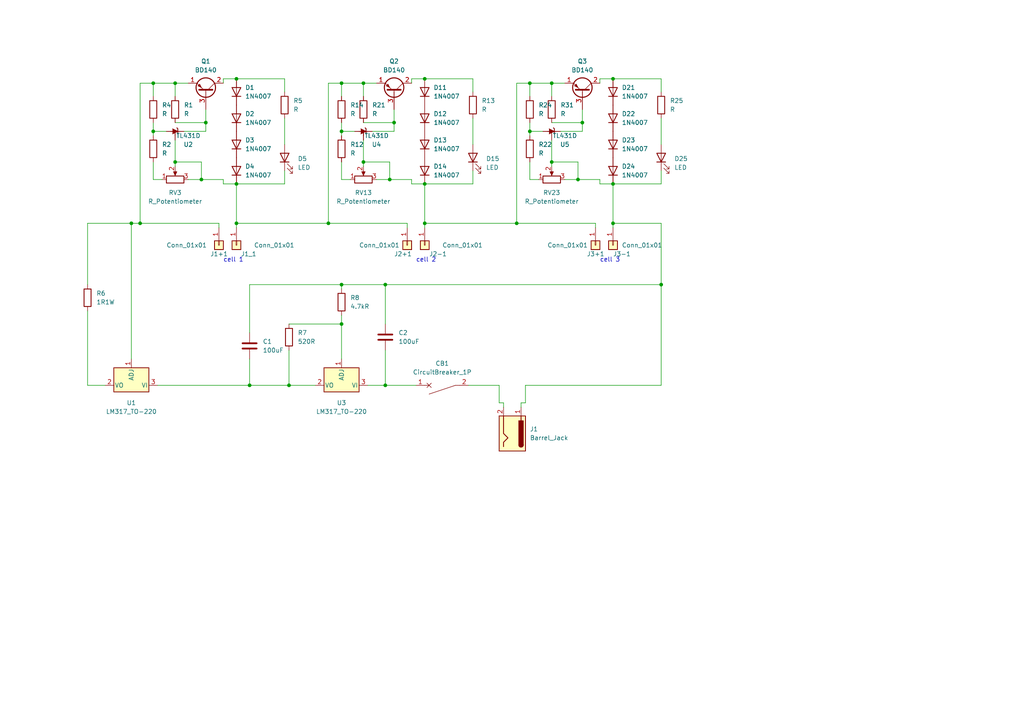
<source format=kicad_sch>
(kicad_sch (version 20211123) (generator eeschema)
  (paper "A4")
  (lib_symbols
    (symbol "Connector:Barrel_Jack" (pin_names (offset 1.016))
      (property "Reference" "J" (at 0 5.334 0))
      (property "Value" "Barrel_Jack" (at 0 -5.08 0))
      (symbol "Barrel_Jack_0_1"
        (rectangle (start -5.08 3.81) (end 5.08 -3.81) (stroke (width 0.254)) (fill (type background)))
        (arc (start -3.302 3.175) (mid -3.937 2.54) (end -3.302 1.905) (stroke (width 0.254)))
        (arc (start -3.302 3.175) (mid -3.937 2.54) (end -3.302 1.905) (stroke (width 0.254)) (fill (type outline)))
        (polyline (pts (xy 5.08 2.54) (xy 3.81 2.54)) (stroke (width 0.254)))
        (polyline (pts (xy -3.81 -2.54) (xy -2.54 -2.54) (xy -1.27 -1.27) (xy 0 -2.54) (xy 2.54 -2.54) (xy 5.08 -2.54)) (stroke (width 0.254)))
        (rectangle (start 3.683 3.175) (end -3.302 1.905) (stroke (width 0.254)) (fill (type outline)))
      )
      (symbol "Barrel_Jack_1_1"
        (pin passive line (at 7.62 2.54 180) (length 2.54) (name "~") (number "1"))
        (pin passive line (at 7.62 -2.54 180) (length 2.54) (name "~") (number "2"))
      )
    )
    (symbol "Connector_Generic:Conn_01x01" (pin_names (offset 1.016) hide)
      (property "Reference" "J" (at 0 2.54 0))
      (property "Value" "Conn_01x01" (at 0 -2.54 0))
      (symbol "Conn_01x01_1_1"
        (rectangle (start -1.27 0.127) (end 0 -0.127) (stroke (width 0.1524)))
        (rectangle (start -1.27 1.27) (end 1.27 -1.27) (stroke (width 0.254)) (fill (type background)))
        (pin passive line (at -5.08 0 0) (length 3.81) (name "Pin_1") (number "1"))
      )
    )
    (symbol "Device:C" (pin_numbers hide) (pin_names (offset 0.254))
      (property "Reference" "C" (at 0.635 2.54 0))
      (property "Value" "C" (at 0.635 -2.54 0))
      (symbol "C_0_1"
        (polyline (pts (xy -2.032 -0.762) (xy 2.032 -0.762)) (stroke (width 0.508)))
        (polyline (pts (xy -2.032 0.762) (xy 2.032 0.762)) (stroke (width 0.508)))
      )
      (symbol "C_1_1"
        (pin passive line (at 0 3.81 270) (length 2.794) (name "~") (number "1"))
        (pin passive line (at 0 -3.81 90) (length 2.794) (name "~") (number "2"))
      )
    )
    (symbol "Device:CircuitBreaker_1P"
      (property "Reference" "CB" (at 1.905 0 0))
      (property "Value" "CircuitBreaker_1P" (at 1.905 1.905 0))
      (symbol "CircuitBreaker_1P_0_1"
        (polyline (pts (xy 0 -5.08) (xy 0 -3.81)))
        (polyline (pts (xy 0 -3.81) (xy -2.54 3.81)))
      )
      (symbol "CircuitBreaker_1P_1_1"
        (polyline (pts (xy -0.635 4.445) (xy 0.635 3.175)))
        (polyline (pts (xy 0 5.08) (xy 0 3.81)))
        (polyline (pts (xy 0.635 4.445) (xy -0.635 3.175)))
        (pin passive line (at 0 7.62 270) (length 2.54) (name "~") (number "1"))
        (pin passive line (at 0 -7.62 90) (length 2.54) (name "~") (number "2"))
      )
    )
    (symbol "Device:LED" (pin_numbers hide) (pin_names (offset 1.016) hide)
      (property "Reference" "D" (at 0 2.54 0))
      (property "Value" "LED" (at 0 -2.54 0))
      (symbol "LED_0_1"
        (polyline (pts (xy -1.27 -1.27) (xy -1.27 1.27)) (stroke (width 0.254)))
        (polyline (pts (xy -1.27 0) (xy 1.27 0)))
        (polyline (pts (xy 1.27 -1.27) (xy 1.27 1.27) (xy -1.27 0) (xy 1.27 -1.27)) (stroke (width 0.254)))
        (polyline (pts (xy -3.048 -0.762) (xy -4.572 -2.286) (xy -3.81 -2.286) (xy -4.572 -2.286) (xy -4.572 -1.524)))
        (polyline (pts (xy -1.778 -0.762) (xy -3.302 -2.286) (xy -2.54 -2.286) (xy -3.302 -2.286) (xy -3.302 -1.524)))
      )
      (symbol "LED_1_1"
        (pin passive line (at -3.81 0 0) (length 2.54) (name "K") (number "1"))
        (pin passive line (at 3.81 0 180) (length 2.54) (name "A") (number "2"))
      )
    )
    (symbol "Device:R" (pin_numbers hide) (pin_names (offset 0))
      (property "Reference" "R" (at 2.032 0 90))
      (property "Value" "R" (at 0 0 90))
      (symbol "R_0_1"
        (rectangle (start -1.016 -2.54) (end 1.016 2.54) (stroke (width 0.254)))
      )
      (symbol "R_1_1"
        (pin passive line (at 0 3.81 270) (length 1.27) (name "~") (number "1"))
        (pin passive line (at 0 -3.81 90) (length 1.27) (name "~") (number "2"))
      )
    )
    (symbol "Device:R_Potentiometer" (pin_names (offset 1.016) hide)
      (property "Reference" "RV" (at -4.445 0 90))
      (property "Value" "R_Potentiometer" (at -2.54 0 90))
      (symbol "R_Potentiometer_0_1"
        (polyline (pts (xy 2.54 0) (xy 1.524 0)))
        (polyline (pts (xy 1.143 0) (xy 2.286 0.508) (xy 2.286 -0.508) (xy 1.143 0)) (fill (type outline)))
        (rectangle (start 1.016 2.54) (end -1.016 -2.54) (stroke (width 0.254)))
      )
      (symbol "R_Potentiometer_1_1"
        (pin passive line (at 0 3.81 270) (length 1.27) (name "1") (number "1"))
        (pin passive line (at 3.81 0 180) (length 1.27) (name "2") (number "2"))
        (pin passive line (at 0 -3.81 90) (length 1.27) (name "3") (number "3"))
      )
    )
    (symbol "Diode:1N4007" (pin_numbers hide) (pin_names hide)
      (property "Reference" "D" (at 0 2.54 0))
      (property "Value" "1N4007" (at 0 -2.54 0))
      (symbol "1N4007_0_1"
        (polyline (pts (xy -1.27 1.27) (xy -1.27 -1.27)) (stroke (width 0.254)))
        (polyline (pts (xy 1.27 0) (xy -1.27 0)))
        (polyline (pts (xy 1.27 1.27) (xy 1.27 -1.27) (xy -1.27 0) (xy 1.27 1.27)) (stroke (width 0.254)))
      )
      (symbol "1N4007_1_1"
        (pin passive line (at -3.81 0 0) (length 2.54) (name "K") (number "1"))
        (pin passive line (at 3.81 0 180) (length 2.54) (name "A") (number "2"))
      )
    )
    (symbol "Reference_Voltage:TL431D" (pin_numbers hide) (pin_names hide)
      (property "Reference" "U" (at 0 -2.54 0))
      (property "Value" "TL431D" (at 0 -4.445 0))
      (symbol "TL431D_0_1"
        (polyline (pts (xy -1.27 0) (xy 0 0) (xy 1.27 0)))
        (polyline (pts (xy -0.762 0.762) (xy 0.762 0) (xy -0.762 -0.762)) (fill (type outline)))
        (polyline (pts (xy 0.508 -1.016) (xy 0.762 -0.762) (xy 0.762 0.762) (xy 0.762 0.762)) (stroke (width 0.254)))
      )
      (symbol "TL431D_1_1"
        (polyline (pts (xy 0 1.27) (xy 0 0)))
        (pin passive line (at 2.54 0 180) (length 2.54) (name "K") (number "1"))
        (pin passive line (at -2.54 0 0) (length 2.54) (name "A") (number "2"))
        (pin passive line (at -2.54 0 0) (length 2.54) hide (name "A") (number "3"))
        (pin passive line (at -2.54 0 0) (length 2.54) hide (name "A") (number "6"))
        (pin passive line (at -2.54 0 0) (length 2.54) hide (name "A") (number "7"))
        (pin passive line (at 0 2.54 270) (length 2.54) (name "REF") (number "8"))
      )
    )
    (symbol "Regulator_Linear:LM317_TO-220" (pin_names (offset 0.254))
      (property "Reference" "U" (at -3.81 3.175 0))
      (property "Value" "LM317_TO-220" (at 0 3.175 0))
      (symbol "LM317_TO-220_0_1"
        (rectangle (start -5.08 1.905) (end 5.08 -5.08) (stroke (width 0.254)) (fill (type background)))
      )
      (symbol "LM317_TO-220_1_1"
        (pin input line (at 0 -7.62 90) (length 2.54) (name "ADJ") (number "1"))
        (pin power_out line (at 7.62 0 180) (length 2.54) (name "VO") (number "2"))
        (pin power_in line (at -7.62 0 0) (length 2.54) (name "VI") (number "3"))
      )
    )
    (symbol "Transistor_BJT:BD140" (pin_names (offset 0) hide)
      (property "Reference" "Q" (at 5.08 1.905 0))
      (property "Value" "BD140" (at 5.08 0 0))
      (symbol "BD140_0_1"
        (polyline (pts (xy 0 0) (xy 0.635 0)))
        (polyline (pts (xy 2.54 -2.54) (xy 0.635 -0.635)))
        (polyline (pts (xy 2.54 2.54) (xy 0.635 0.635)))
        (polyline (pts (xy 0.635 1.905) (xy 0.635 -1.905) (xy 0.635 -1.905)) (stroke (width 0.508)) (fill (type outline)))
        (polyline (pts (xy 1.778 -2.286) (xy 2.286 -1.778) (xy 1.27 -1.27) (xy 1.778 -2.286) (xy 1.778 -2.286)) (fill (type outline)))
        (circle (center 1.27 0) (radius 2.8194) (stroke (width 0.3048)))
      )
      (symbol "BD140_1_1"
        (pin passive line (at 2.54 -5.08 90) (length 2.54) (name "E") (number "1"))
        (pin passive line (at 2.54 5.08 270) (length 2.54) (name "C") (number "2"))
        (pin input line (at -5.08 0 0) (length 5.08) (name "B") (number "3"))
      )
    )
  )
  (junction (at 68.58 53.34))
  (junction (at 167.64 52.07))
  (junction (at 123.19 53.34))
  (junction (at 68.58 22.86))
  (junction (at 105.41 46.99))
  (junction (at 58.42 52.07))
  (junction (at 160.02 24.13))
  (junction (at 44.45 38.1))
  (junction (at 99.06 82.55))
  (junction (at 123.19 64.77))
  (junction (at 105.41 24.13))
  (junction (at 113.03 52.07))
  (junction (at 177.8 53.34))
  (junction (at 99.06 93.98))
  (junction (at 153.67 38.1))
  (junction (at 177.8 64.77))
  (junction (at 114.3 35.56))
  (junction (at 111.76 82.55))
  (junction (at 38.1 64.77))
  (junction (at 149.86 64.77))
  (junction (at 177.8 22.86))
  (junction (at 168.91 35.56))
  (junction (at 153.67 24.13))
  (junction (at 83.82 111.76))
  (junction (at 160.02 46.99))
  (junction (at 123.19 22.86))
  (junction (at 191.77 82.55))
  (junction (at 59.69 35.56))
  (junction (at 68.58 64.77))
  (junction (at 44.45 24.13))
  (junction (at 95.25 64.77))
  (junction (at 111.76 111.76))
  (junction (at 72.39 111.76))
  (junction (at 40.64 64.77))
  (junction (at 99.06 38.1))
  (junction (at 50.8 24.13))
  (junction (at 50.8 46.99))
  (junction (at 99.06 24.13))
  (wire (pts (xy 160.02 24.13) (xy 160.02 27.94)))
  (wire (pts (xy 167.64 52.07) (xy 173.99 52.07)))
  (wire (pts (xy 172.72 64.77) (xy 172.72 66.04)))
  (wire (pts (xy 191.77 53.34) (xy 177.8 53.34)))
  (wire (pts (xy 50.8 24.13) (xy 50.8 27.94)))
  (wire (pts (xy 153.67 38.1) (xy 157.48 38.1)))
  (wire (pts (xy 168.91 35.56) (xy 168.91 31.75)))
  (wire (pts (xy 153.67 46.99) (xy 153.67 52.07)))
  (wire (pts (xy 137.16 49.53) (xy 137.16 53.34)))
  (wire (pts (xy 25.4 90.17) (xy 25.4 111.76)))
  (wire (pts (xy 107.95 38.1) (xy 114.3 38.1)))
  (wire (pts (xy 153.67 24.13) (xy 149.86 24.13)))
  (wire (pts (xy 111.76 111.76) (xy 106.68 111.76)))
  (wire (pts (xy 40.64 64.77) (xy 63.5 64.77)))
  (wire (pts (xy 152.4 116.84) (xy 151.13 116.84)))
  (wire (pts (xy 68.58 64.77) (xy 68.58 66.04)))
  (wire (pts (xy 105.41 35.56) (xy 114.3 35.56)))
  (wire (pts (xy 146.05 118.11) (xy 146.05 116.84)))
  (wire (pts (xy 153.67 27.94) (xy 153.67 24.13)))
  (wire (pts (xy 123.19 64.77) (xy 149.86 64.77)))
  (wire (pts (xy 44.45 38.1) (xy 44.45 39.37)))
  (wire (pts (xy 173.99 53.34) (xy 177.8 53.34)))
  (wire (pts (xy 54.61 24.13) (xy 50.8 24.13)))
  (wire (pts (xy 44.45 24.13) (xy 50.8 24.13)))
  (wire (pts (xy 153.67 35.56) (xy 153.67 38.1)))
  (wire (pts (xy 123.19 22.86) (xy 119.38 22.86)))
  (wire (pts (xy 177.8 64.77) (xy 177.8 66.04)))
  (wire (pts (xy 113.03 52.07) (xy 119.38 52.07)))
  (wire (pts (xy 177.8 53.34) (xy 177.8 64.77)))
  (wire (pts (xy 99.06 91.44) (xy 99.06 93.98)))
  (wire (pts (xy 82.55 34.29) (xy 82.55 41.91)))
  (wire (pts (xy 153.67 52.07) (xy 156.21 52.07)))
  (wire (pts (xy 167.64 52.07) (xy 167.64 46.99)))
  (wire (pts (xy 191.77 34.29) (xy 191.77 41.91)))
  (wire (pts (xy 160.02 46.99) (xy 167.64 46.99)))
  (wire (pts (xy 38.1 64.77) (xy 25.4 64.77)))
  (wire (pts (xy 109.22 52.07) (xy 113.03 52.07)))
  (wire (pts (xy 68.58 53.34) (xy 68.58 64.77)))
  (wire (pts (xy 72.39 82.55) (xy 99.06 82.55)))
  (wire (pts (xy 50.8 46.99) (xy 50.8 48.26)))
  (wire (pts (xy 99.06 24.13) (xy 95.25 24.13)))
  (wire (pts (xy 64.77 53.34) (xy 68.58 53.34)))
  (wire (pts (xy 111.76 111.76) (xy 120.65 111.76)))
  (wire (pts (xy 44.45 24.13) (xy 40.64 24.13)))
  (wire (pts (xy 173.99 52.07) (xy 173.99 53.34)))
  (wire (pts (xy 119.38 52.07) (xy 119.38 53.34)))
  (wire (pts (xy 111.76 82.55) (xy 191.77 82.55)))
  (wire (pts (xy 44.45 27.94) (xy 44.45 24.13)))
  (wire (pts (xy 99.06 104.14) (xy 99.06 93.98)))
  (wire (pts (xy 44.45 38.1) (xy 48.26 38.1)))
  (wire (pts (xy 83.82 111.76) (xy 91.44 111.76)))
  (wire (pts (xy 68.58 22.86) (xy 82.55 22.86)))
  (wire (pts (xy 95.25 64.77) (xy 118.11 64.77)))
  (wire (pts (xy 105.41 24.13) (xy 105.41 27.94)))
  (wire (pts (xy 99.06 35.56) (xy 99.06 38.1)))
  (wire (pts (xy 105.41 40.64) (xy 105.41 46.99)))
  (wire (pts (xy 44.45 35.56) (xy 44.45 38.1)))
  (wire (pts (xy 114.3 35.56) (xy 114.3 38.1)))
  (wire (pts (xy 191.77 49.53) (xy 191.77 53.34)))
  (wire (pts (xy 191.77 111.76) (xy 152.4 111.76)))
  (wire (pts (xy 44.45 52.07) (xy 46.99 52.07)))
  (wire (pts (xy 105.41 46.99) (xy 113.03 46.99)))
  (wire (pts (xy 105.41 46.99) (xy 105.41 48.26)))
  (wire (pts (xy 72.39 111.76) (xy 83.82 111.76)))
  (wire (pts (xy 99.06 27.94) (xy 99.06 24.13)))
  (wire (pts (xy 135.89 111.76) (xy 144.78 111.76)))
  (wire (pts (xy 64.77 22.86) (xy 64.77 24.13)))
  (wire (pts (xy 50.8 46.99) (xy 58.42 46.99)))
  (wire (pts (xy 72.39 104.14) (xy 72.39 111.76)))
  (wire (pts (xy 58.42 52.07) (xy 58.42 46.99)))
  (wire (pts (xy 123.19 64.77) (xy 123.19 66.04)))
  (wire (pts (xy 68.58 64.77) (xy 95.25 64.77)))
  (wire (pts (xy 38.1 64.77) (xy 38.1 104.14)))
  (wire (pts (xy 123.19 22.86) (xy 137.16 22.86)))
  (wire (pts (xy 119.38 53.34) (xy 123.19 53.34)))
  (wire (pts (xy 50.8 40.64) (xy 50.8 46.99)))
  (wire (pts (xy 163.83 24.13) (xy 160.02 24.13)))
  (wire (pts (xy 191.77 82.55) (xy 191.77 111.76)))
  (wire (pts (xy 25.4 111.76) (xy 30.48 111.76)))
  (wire (pts (xy 146.05 116.84) (xy 144.78 116.84)))
  (wire (pts (xy 68.58 22.86) (xy 64.77 22.86)))
  (wire (pts (xy 82.55 49.53) (xy 82.55 53.34)))
  (wire (pts (xy 160.02 46.99) (xy 160.02 48.26)))
  (wire (pts (xy 111.76 82.55) (xy 99.06 82.55)))
  (wire (pts (xy 99.06 38.1) (xy 102.87 38.1)))
  (wire (pts (xy 114.3 35.56) (xy 114.3 31.75)))
  (wire (pts (xy 109.22 24.13) (xy 105.41 24.13)))
  (wire (pts (xy 95.25 24.13) (xy 95.25 64.77)))
  (wire (pts (xy 177.8 22.86) (xy 191.77 22.86)))
  (wire (pts (xy 153.67 38.1) (xy 153.67 39.37)))
  (wire (pts (xy 54.61 52.07) (xy 58.42 52.07)))
  (wire (pts (xy 40.64 24.13) (xy 40.64 64.77)))
  (wire (pts (xy 149.86 64.77) (xy 172.72 64.77)))
  (wire (pts (xy 59.69 35.56) (xy 59.69 38.1)))
  (wire (pts (xy 160.02 35.56) (xy 168.91 35.56)))
  (wire (pts (xy 99.06 52.07) (xy 101.6 52.07)))
  (wire (pts (xy 149.86 24.13) (xy 149.86 64.77)))
  (wire (pts (xy 25.4 64.77) (xy 25.4 82.55)))
  (wire (pts (xy 173.99 22.86) (xy 173.99 24.13)))
  (wire (pts (xy 59.69 35.56) (xy 59.69 31.75)))
  (wire (pts (xy 83.82 93.98) (xy 99.06 93.98)))
  (wire (pts (xy 72.39 96.52) (xy 72.39 82.55)))
  (wire (pts (xy 152.4 111.76) (xy 152.4 116.84)))
  (wire (pts (xy 82.55 53.34) (xy 68.58 53.34)))
  (wire (pts (xy 99.06 46.99) (xy 99.06 52.07)))
  (wire (pts (xy 82.55 22.86) (xy 82.55 26.67)))
  (wire (pts (xy 168.91 35.56) (xy 168.91 38.1)))
  (wire (pts (xy 113.03 52.07) (xy 113.03 46.99)))
  (wire (pts (xy 162.56 38.1) (xy 168.91 38.1)))
  (wire (pts (xy 153.67 24.13) (xy 160.02 24.13)))
  (wire (pts (xy 137.16 34.29) (xy 137.16 41.91)))
  (wire (pts (xy 123.19 53.34) (xy 123.19 64.77)))
  (wire (pts (xy 163.83 52.07) (xy 167.64 52.07)))
  (wire (pts (xy 160.02 40.64) (xy 160.02 46.99)))
  (wire (pts (xy 191.77 82.55) (xy 191.77 64.77)))
  (wire (pts (xy 111.76 93.98) (xy 111.76 82.55)))
  (wire (pts (xy 177.8 22.86) (xy 173.99 22.86)))
  (wire (pts (xy 44.45 46.99) (xy 44.45 52.07)))
  (wire (pts (xy 151.13 116.84) (xy 151.13 118.11)))
  (wire (pts (xy 58.42 52.07) (xy 64.77 52.07)))
  (wire (pts (xy 137.16 22.86) (xy 137.16 26.67)))
  (wire (pts (xy 99.06 38.1) (xy 99.06 39.37)))
  (wire (pts (xy 45.72 111.76) (xy 72.39 111.76)))
  (wire (pts (xy 53.34 38.1) (xy 59.69 38.1)))
  (wire (pts (xy 191.77 64.77) (xy 177.8 64.77)))
  (wire (pts (xy 99.06 24.13) (xy 105.41 24.13)))
  (wire (pts (xy 83.82 101.6) (xy 83.82 111.76)))
  (wire (pts (xy 40.64 64.77) (xy 38.1 64.77)))
  (wire (pts (xy 118.11 64.77) (xy 118.11 66.04)))
  (wire (pts (xy 111.76 101.6) (xy 111.76 111.76)))
  (wire (pts (xy 99.06 83.82) (xy 99.06 82.55)))
  (wire (pts (xy 63.5 64.77) (xy 63.5 66.04)))
  (wire (pts (xy 144.78 111.76) (xy 144.78 116.84)))
  (wire (pts (xy 119.38 22.86) (xy 119.38 24.13)))
  (wire (pts (xy 50.8 35.56) (xy 59.69 35.56)))
  (wire (pts (xy 64.77 52.07) (xy 64.77 53.34)))
  (wire (pts (xy 191.77 22.86) (xy 191.77 26.67)))
  (wire (pts (xy 137.16 53.34) (xy 123.19 53.34)))
  (text "cell 2\n" (at 120.65 76.2 0) (effects (font (size 1.27 1.27)) (justify left bottom)))
  (text "cell 3\n" (at 173.99 76.2 0) (effects (font (size 1.27 1.27)) (justify left bottom)))
  (text "cell 1\n" (at 64.77 76.2 0) (effects (font (size 1.27 1.27)) (justify left bottom)))
  (symbol (lib_id "Diode:1N4007") (at 123.19 26.67 90) (unit 1)
    (property "Reference" "D11" (at 125.73 25.3999 90) (effects (justify right)))
    (property "Value" "1N4007" (at 125.73 27.9399 90) (effects (justify right)))
    (property "Footprint" "Diode_THT:D_DO-41_SOD81_P10.16mm_Horizontal" (effects hide))
    (property "Datasheet" "http://www.vishay.com/docs/88503/1n4001.pdf" (effects hide))
  )
  (symbol (lib_id "Connector_Generic:Conn_01x01") (at 63.5 71.12 270) (unit 1)
    (property "Reference" "J1+1" (at 60.96 73.66 90) (effects (justify left)))
    (property "Value" "Conn_01x01" (at 48.26 71.12 90) (effects (justify left)))
    (property "Footprint" "Connector_PinHeader_1.00mm:PinHeader_1x01_P1.00mm_Horizontal" (effects hide))
  )
  (symbol (lib_id "Device:R") (at 99.06 43.18 0) (unit 1)
    (property "Reference" "R12" (at 101.6 41.9099 0) (effects (justify left)))
    (property "Value" "R" (at 101.6 44.4499 0) (effects (justify left)))
    (property "Footprint" "Resistor_THT:R_Axial_DIN0309_L9.0mm_D3.2mm_P12.70mm_Horizontal" (effects hide))
  )
  (symbol (lib_id "Device:R") (at 50.8 31.75 0) (unit 1)
    (property "Reference" "R1" (at 53.34 30.4799 0) (effects (justify left)))
    (property "Value" "R" (at 53.34 33.0199 0) (effects (justify left)))
    (property "Footprint" "Resistor_THT:R_Axial_DIN0309_L9.0mm_D3.2mm_P15.24mm_Horizontal" (effects hide))
  )
  (symbol (lib_id "Device:R") (at 153.67 43.18 0) (unit 1)
    (property "Reference" "R22" (at 156.21 41.9099 0) (effects (justify left)))
    (property "Value" "R" (at 156.21 44.4499 0) (effects (justify left)))
    (property "Footprint" "Resistor_THT:R_Axial_DIN0309_L9.0mm_D3.2mm_P12.70mm_Horizontal" (effects hide))
  )
  (symbol (lib_id "Device:R") (at 99.06 31.75 0) (unit 1)
    (property "Reference" "R14" (at 101.6 30.4799 0) (effects (justify left)))
    (property "Value" "R" (at 101.6 33.0199 0) (effects (justify left)))
    (property "Footprint" "Resistor_THT:R_Axial_DIN0309_L9.0mm_D3.2mm_P12.70mm_Horizontal" (effects hide))
  )
  (symbol (lib_id "Diode:1N4007") (at 177.8 41.91 90) (unit 1)
    (property "Reference" "D23" (at 180.34 40.6399 90) (effects (justify right)))
    (property "Value" "1N4007" (at 180.34 43.1799 90) (effects (justify right)))
    (property "Footprint" "Diode_THT:D_DO-41_SOD81_P10.16mm_Horizontal" (effects hide))
    (property "Datasheet" "http://www.vishay.com/docs/88503/1n4001.pdf" (effects hide))
  )
  (symbol (lib_id "Reference_Voltage:TL431D") (at 105.41 38.1 0) (mirror x) (unit 1)
    (property "Reference" "U4" (at 109.22 41.91 0))
    (property "Value" "TL431D" (at 109.22 39.37 0))
    (property "Footprint" "Package_SO:SOIC-8_3.9x4.9mm_P1.27mm" (effects hide))
    (property "Datasheet" "http://www.ti.com/lit/ds/symlink/tl431.pdf" (effects hide))
  )
  (symbol (lib_id "Device:C") (at 72.39 100.33 0) (unit 1)
    (property "Reference" "C1" (at 76.2 99.0599 0) (effects (justify left)))
    (property "Value" "100uF" (at 76.2 101.5999 0) (effects (justify left)))
    (property "Footprint" "Capacitor_THT:CP_Radial_D4.0mm_P2.00mm" (effects hide))
  )
  (symbol (lib_id "Device:R") (at 83.82 97.79 0) (unit 1)
    (property "Reference" "R7" (at 86.36 96.5199 0) (effects (justify left)))
    (property "Value" "520R" (at 86.36 99.0599 0) (effects (justify left)))
    (property "Footprint" "Resistor_THT:R_Axial_DIN0309_L9.0mm_D3.2mm_P12.70mm_Horizontal" (effects hide))
  )
  (symbol (lib_id "Diode:1N4007") (at 177.8 34.29 90) (unit 1)
    (property "Reference" "D22" (at 180.34 33.0199 90) (effects (justify right)))
    (property "Value" "1N4007" (at 180.34 35.5599 90) (effects (justify right)))
    (property "Footprint" "Diode_THT:D_DO-41_SOD81_P10.16mm_Horizontal" (effects hide))
    (property "Datasheet" "http://www.vishay.com/docs/88503/1n4001.pdf" (effects hide))
  )
  (symbol (lib_id "Device:LED") (at 82.55 45.72 90) (unit 1)
    (property "Reference" "D5" (at 86.36 46.0374 90) (effects (justify right)))
    (property "Value" "LED" (at 86.36 48.5774 90) (effects (justify right)))
    (property "Footprint" "Diode_THT:D_5W_P10.16mm_Horizontal" (effects hide))
  )
  (symbol (lib_id "Device:R") (at 82.55 30.48 0) (unit 1)
    (property "Reference" "R5" (at 85.09 29.2099 0) (effects (justify left)))
    (property "Value" "R" (at 85.09 31.7499 0) (effects (justify left)))
    (property "Footprint" "Resistor_THT:R_Axial_DIN0309_L9.0mm_D3.2mm_P12.70mm_Horizontal" (effects hide))
  )
  (symbol (lib_id "Diode:1N4007") (at 68.58 41.91 90) (unit 1)
    (property "Reference" "D3" (at 71.12 40.6399 90) (effects (justify right)))
    (property "Value" "1N4007" (at 71.12 43.1799 90) (effects (justify right)))
    (property "Footprint" "Diode_THT:D_DO-41_SOD81_P10.16mm_Horizontal" (effects hide))
    (property "Datasheet" "http://www.vishay.com/docs/88503/1n4001.pdf" (effects hide))
  )
  (symbol (lib_id "Diode:1N4007") (at 68.58 26.67 90) (unit 1)
    (property "Reference" "D1" (at 71.12 25.3999 90) (effects (justify right)))
    (property "Value" "1N4007" (at 71.12 27.9399 90) (effects (justify right)))
    (property "Footprint" "Diode_THT:D_DO-41_SOD81_P10.16mm_Horizontal" (effects hide))
    (property "Datasheet" "http://www.vishay.com/docs/88503/1n4001.pdf" (effects hide))
  )
  (symbol (lib_id "Transistor_BJT:BD140") (at 114.3 26.67 270) (mirror x) (unit 1)
    (property "Reference" "Q2" (at 114.3 17.78 90))
    (property "Value" "BD140" (at 114.3 20.32 90))
    (property "Footprint" "Package_TO_SOT_THT:TO-126-3_Vertical" (effects hide))
    (property "Datasheet" "http://www.st.com/internet/com/TECHNICAL_RESOURCES/TECHNICAL_LITERATURE/DATASHEET/CD00001225.pdf" (effects hide))
  )
  (symbol (lib_id "Reference_Voltage:TL431D") (at 160.02 38.1 0) (mirror x) (unit 1)
    (property "Reference" "U5" (at 163.83 41.91 0))
    (property "Value" "TL431D" (at 163.83 39.37 0))
    (property "Footprint" "Package_SO:SOIC-8_3.9x4.9mm_P1.27mm" (effects hide))
    (property "Datasheet" "http://www.ti.com/lit/ds/symlink/tl431.pdf" (effects hide))
  )
  (symbol (lib_id "Device:LED") (at 191.77 45.72 90) (unit 1)
    (property "Reference" "D25" (at 195.58 46.0374 90) (effects (justify right)))
    (property "Value" "LED" (at 195.58 48.5774 90) (effects (justify right)))
    (property "Footprint" "Diode_THT:D_5W_P10.16mm_Horizontal" (effects hide))
  )
  (symbol (lib_id "Device:R") (at 191.77 30.48 0) (unit 1)
    (property "Reference" "R25" (at 194.31 29.2099 0) (effects (justify left)))
    (property "Value" "R" (at 194.31 31.7499 0) (effects (justify left)))
    (property "Footprint" "Resistor_THT:R_Axial_DIN0309_L9.0mm_D3.2mm_P12.70mm_Horizontal" (effects hide))
  )
  (symbol (lib_id "Device:LED") (at 137.16 45.72 90) (unit 1)
    (property "Reference" "D15" (at 140.97 46.0374 90) (effects (justify right)))
    (property "Value" "LED" (at 140.97 48.5774 90) (effects (justify right)))
    (property "Footprint" "Diode_THT:D_5W_P10.16mm_Horizontal" (effects hide))
  )
  (symbol (lib_id "Transistor_BJT:BD140") (at 59.69 26.67 270) (mirror x) (unit 1)
    (property "Reference" "Q1" (at 59.69 17.78 90))
    (property "Value" "BD140" (at 59.69 20.32 90))
    (property "Footprint" "Package_TO_SOT_THT:TO-126-3_Vertical" (effects hide))
    (property "Datasheet" "http://www.st.com/internet/com/TECHNICAL_RESOURCES/TECHNICAL_LITERATURE/DATASHEET/CD00001225.pdf" (effects hide))
  )
  (symbol (lib_id "Regulator_Linear:LM317_TO-220") (at 38.1 111.76 180) (unit 1)
    (property "Reference" "U1" (at 38.1 116.84 0))
    (property "Value" "LM317_TO-220" (at 38.1 119.38 0))
    (property "Footprint" "Package_TO_SOT_THT:TO-220-3_Vertical" (effects hide))
    (property "Datasheet" "http://www.ti.com/lit/ds/symlink/lm317.pdf" (effects hide))
  )
  (symbol (lib_id "Device:R_Potentiometer") (at 160.02 52.07 90) (unit 1)
    (property "Reference" "RV23" (at 160.02 55.88 90))
    (property "Value" "R_Potentiometer" (at 160.02 58.42 90))
    (property "Footprint" "Potentiometer_THT:Potentiometer_ACP_CA14-H2,5_Horizontal" (effects hide))
  )
  (symbol (lib_id "Diode:1N4007") (at 123.19 49.53 90) (unit 1)
    (property "Reference" "D14" (at 125.73 48.2599 90) (effects (justify right)))
    (property "Value" "1N4007" (at 125.73 50.7999 90) (effects (justify right)))
    (property "Footprint" "Diode_THT:D_DO-41_SOD81_P10.16mm_Horizontal" (effects hide))
    (property "Datasheet" "http://www.vishay.com/docs/88503/1n4001.pdf" (effects hide))
  )
  (symbol (lib_id "Diode:1N4007") (at 68.58 34.29 90) (unit 1)
    (property "Reference" "D2" (at 71.12 33.0199 90) (effects (justify right)))
    (property "Value" "1N4007" (at 71.12 35.5599 90) (effects (justify right)))
    (property "Footprint" "Diode_THT:D_DO-41_SOD81_P10.16mm_Horizontal" (effects hide))
    (property "Datasheet" "http://www.vishay.com/docs/88503/1n4001.pdf" (effects hide))
  )
  (symbol (lib_id "Diode:1N4007") (at 68.58 49.53 90) (unit 1)
    (property "Reference" "D4" (at 71.12 48.2599 90) (effects (justify right)))
    (property "Value" "1N4007" (at 71.12 50.7999 90) (effects (justify right)))
    (property "Footprint" "Diode_THT:D_DO-41_SOD81_P10.16mm_Horizontal" (effects hide))
    (property "Datasheet" "http://www.vishay.com/docs/88503/1n4001.pdf" (effects hide))
  )
  (symbol (lib_id "Connector_Generic:Conn_01x01") (at 172.72 71.12 270) (unit 1)
    (property "Reference" "J3+1" (at 170.18 73.66 90) (effects (justify left)))
    (property "Value" "Conn_01x01" (at 158.75 71.12 90) (effects (justify left)))
    (property "Footprint" "Connector_PinHeader_1.00mm:PinHeader_1x01_P1.00mm_Horizontal" (effects hide))
  )
  (symbol (lib_id "Connector_Generic:Conn_01x01") (at 123.19 71.12 270) (unit 1)
    (property "Reference" "J2-1" (at 124.46 73.66 90) (effects (justify left)))
    (property "Value" "Conn_01x01" (at 128.27 71.12 90) (effects (justify left)))
    (property "Footprint" "Connector_PinHeader_1.00mm:PinHeader_1x01_P1.00mm_Horizontal" (effects hide))
  )
  (symbol (lib_id "Device:R") (at 160.02 31.75 0) (unit 1)
    (property "Reference" "R31" (at 162.56 30.4799 0) (effects (justify left)))
    (property "Value" "R" (at 162.56 33.0199 0) (effects (justify left)))
    (property "Footprint" "Resistor_THT:R_Axial_DIN0309_L9.0mm_D3.2mm_P12.70mm_Horizontal" (effects hide))
  )
  (symbol (lib_id "Device:CircuitBreaker_1P") (at 128.27 111.76 90) (unit 1)
    (property "Reference" "CB1" (at 128.27 105.41 90))
    (property "Value" "CircuitBreaker_1P" (at 128.27 107.95 90))
    (property "Footprint" "Button_Switch_THT:SW_Tactile_Straight_KSL0Axx1LFTR" (effects hide))
  )
  (symbol (lib_id "Diode:1N4007") (at 177.8 49.53 90) (unit 1)
    (property "Reference" "D24" (at 180.34 48.2599 90) (effects (justify right)))
    (property "Value" "1N4007" (at 180.34 50.7999 90) (effects (justify right)))
    (property "Footprint" "Diode_THT:D_DO-41_SOD81_P10.16mm_Horizontal" (effects hide))
    (property "Datasheet" "http://www.vishay.com/docs/88503/1n4001.pdf" (effects hide))
  )
  (symbol (lib_id "Connector_Generic:Conn_01x01") (at 177.8 71.12 270) (unit 1)
    (property "Reference" "J3-1" (at 177.8 73.66 90) (effects (justify left)))
    (property "Value" "Conn_01x01" (at 180.34 71.12 90) (effects (justify left)))
    (property "Footprint" "Connector_PinHeader_1.00mm:PinHeader_1x01_P1.00mm_Horizontal" (effects hide))
  )
  (symbol (lib_id "Device:R") (at 99.06 87.63 0) (unit 1)
    (property "Reference" "R8" (at 101.6 86.3599 0) (effects (justify left)))
    (property "Value" "4.7kR" (at 101.6 88.8999 0) (effects (justify left)))
    (property "Footprint" "Resistor_THT:R_Axial_DIN0309_L9.0mm_D3.2mm_P12.70mm_Horizontal" (effects hide))
  )
  (symbol (lib_id "Transistor_BJT:BD140") (at 168.91 26.67 270) (mirror x) (unit 1)
    (property "Reference" "Q3" (at 168.91 17.78 90))
    (property "Value" "BD140" (at 168.91 20.32 90))
    (property "Footprint" "Package_TO_SOT_THT:TO-126-3_Vertical" (effects hide))
    (property "Datasheet" "http://www.st.com/internet/com/TECHNICAL_RESOURCES/TECHNICAL_LITERATURE/DATASHEET/CD00001225.pdf" (effects hide))
  )
  (symbol (lib_id "Connector:Barrel_Jack") (at 148.59 125.73 270) (mirror x) (unit 1)
    (property "Reference" "J1" (at 153.67 124.4599 90) (effects (justify left)))
    (property "Value" "Barrel_Jack" (at 153.67 126.9999 90) (effects (justify left)))
    (property "Footprint" "Connector_BarrelJack:BarrelJack_CUI_PJ-063AH_Horizontal_CircularHoles" (effects hide))
  )
  (symbol (lib_id "Device:R") (at 44.45 31.75 0) (unit 1)
    (property "Reference" "R4" (at 46.99 30.4799 0) (effects (justify left)))
    (property "Value" "R" (at 46.99 33.0199 0) (effects (justify left)))
    (property "Footprint" "Resistor_THT:R_Axial_DIN0309_L9.0mm_D3.2mm_P15.24mm_Horizontal" (effects hide))
  )
  (symbol (lib_id "Device:R") (at 105.41 31.75 0) (unit 1)
    (property "Reference" "R21" (at 107.95 30.4799 0) (effects (justify left)))
    (property "Value" "R" (at 107.95 33.0199 0) (effects (justify left)))
    (property "Footprint" "Resistor_THT:R_Axial_DIN0309_L9.0mm_D3.2mm_P15.24mm_Horizontal" (effects hide))
  )
  (symbol (lib_id "Diode:1N4007") (at 177.8 26.67 90) (unit 1)
    (property "Reference" "D21" (at 180.34 25.3999 90) (effects (justify right)))
    (property "Value" "1N4007" (at 180.34 27.9399 90) (effects (justify right)))
    (property "Footprint" "Diode_THT:D_DO-41_SOD81_P10.16mm_Horizontal" (effects hide))
    (property "Datasheet" "http://www.vishay.com/docs/88503/1n4001.pdf" (effects hide))
  )
  (symbol (lib_id "Connector_Generic:Conn_01x01") (at 118.11 71.12 270) (unit 1)
    (property "Reference" "J2+1" (at 114.3 73.66 90) (effects (justify left)))
    (property "Value" "Conn_01x01" (at 104.14 71.12 90) (effects (justify left)))
    (property "Footprint" "Connector_PinHeader_1.00mm:PinHeader_1x01_P1.00mm_Horizontal" (effects hide))
  )
  (symbol (lib_id "Device:R") (at 153.67 31.75 0) (unit 1)
    (property "Reference" "R24" (at 156.21 30.4799 0) (effects (justify left)))
    (property "Value" "R" (at 156.21 33.0199 0) (effects (justify left)))
    (property "Footprint" "Resistor_THT:R_Axial_DIN0309_L9.0mm_D3.2mm_P12.70mm_Horizontal" (effects hide))
  )
  (symbol (lib_id "Regulator_Linear:LM317_TO-220") (at 99.06 111.76 180) (unit 1)
    (property "Reference" "U3" (at 99.06 116.84 0))
    (property "Value" "LM317_TO-220" (at 99.06 119.38 0))
    (property "Footprint" "Package_TO_SOT_THT:TO-220-3_Vertical" (effects hide))
    (property "Datasheet" "http://www.ti.com/lit/ds/symlink/lm317.pdf" (effects hide))
  )
  (symbol (lib_id "Diode:1N4007") (at 123.19 41.91 90) (unit 1)
    (property "Reference" "D13" (at 125.73 40.6399 90) (effects (justify right)))
    (property "Value" "1N4007" (at 125.73 43.1799 90) (effects (justify right)))
    (property "Footprint" "Diode_THT:D_DO-41_SOD81_P10.16mm_Horizontal" (effects hide))
    (property "Datasheet" "http://www.vishay.com/docs/88503/1n4001.pdf" (effects hide))
  )
  (symbol (lib_id "Device:R_Potentiometer") (at 50.8 52.07 90) (unit 1)
    (property "Reference" "RV3" (at 50.8 55.88 90))
    (property "Value" "R_Potentiometer" (at 50.8 58.42 90))
    (property "Footprint" "Potentiometer_THT:Potentiometer_ACP_CA14-H2,5_Horizontal" (effects hide))
  )
  (symbol (lib_id "Device:R_Potentiometer") (at 105.41 52.07 90) (unit 1)
    (property "Reference" "RV13" (at 105.41 55.88 90))
    (property "Value" "R_Potentiometer" (at 105.41 58.42 90))
    (property "Footprint" "Potentiometer_THT:Potentiometer_ACP_CA14-H2,5_Horizontal" (effects hide))
  )
  (symbol (lib_id "Connector_Generic:Conn_01x01") (at 68.58 71.12 270) (unit 1)
    (property "Reference" "J1_1" (at 69.85 73.66 90) (effects (justify left)))
    (property "Value" "Conn_01x01" (at 73.66 71.12 90) (effects (justify left)))
    (property "Footprint" "Connector_PinHeader_1.00mm:PinHeader_1x01_P1.00mm_Horizontal" (effects hide))
  )
  (symbol (lib_id "Device:R") (at 25.4 86.36 0) (unit 1)
    (property "Reference" "R6" (at 27.94 85.0899 0) (effects (justify left)))
    (property "Value" "1R1W" (at 27.94 87.6299 0) (effects (justify left)))
    (property "Footprint" "Resistor_THT:R_Axial_DIN0309_L9.0mm_D3.2mm_P12.70mm_Horizontal" (effects hide))
  )
  (symbol (lib_id "Diode:1N4007") (at 123.19 34.29 90) (unit 1)
    (property "Reference" "D12" (at 125.73 33.0199 90) (effects (justify right)))
    (property "Value" "1N4007" (at 125.73 35.5599 90) (effects (justify right)))
    (property "Footprint" "Diode_THT:D_DO-41_SOD81_P10.16mm_Horizontal" (effects hide))
    (property "Datasheet" "http://www.vishay.com/docs/88503/1n4001.pdf" (effects hide))
  )
  (symbol (lib_id "Device:R") (at 137.16 30.48 0) (unit 1)
    (property "Reference" "R13" (at 139.7 29.2099 0) (effects (justify left)))
    (property "Value" "R" (at 139.7 31.7499 0) (effects (justify left)))
    (property "Footprint" "Resistor_THT:R_Axial_DIN0309_L9.0mm_D3.2mm_P12.70mm_Horizontal" (effects hide))
  )
  (symbol (lib_id "Device:C") (at 111.76 97.79 0) (unit 1)
    (property "Reference" "C2" (at 115.57 96.5199 0) (effects (justify left)))
    (property "Value" "100uF" (at 115.57 99.0599 0) (effects (justify left)))
    (property "Footprint" "Capacitor_THT:CP_Radial_D4.0mm_P2.00mm" (effects hide))
  )
  (symbol (lib_id "Device:R") (at 44.45 43.18 0) (unit 1)
    (property "Reference" "R2" (at 46.99 41.9099 0) (effects (justify left)))
    (property "Value" "R" (at 46.99 44.4499 0) (effects (justify left)))
    (property "Footprint" "Resistor_THT:R_Axial_DIN0309_L9.0mm_D3.2mm_P12.70mm_Horizontal" (effects hide))
  )
  (symbol (lib_id "Reference_Voltage:TL431D") (at 50.8 38.1 0) (mirror x) (unit 1)
    (property "Reference" "U2" (at 54.61 41.91 0))
    (property "Value" "TL431D" (at 54.61 39.37 0))
    (property "Footprint" "Package_SO:SOIC-8_3.9x4.9mm_P1.27mm" (effects hide))
    (property "Datasheet" "http://www.ti.com/lit/ds/symlink/tl431.pdf" (effects hide))
  )
)
</source>
